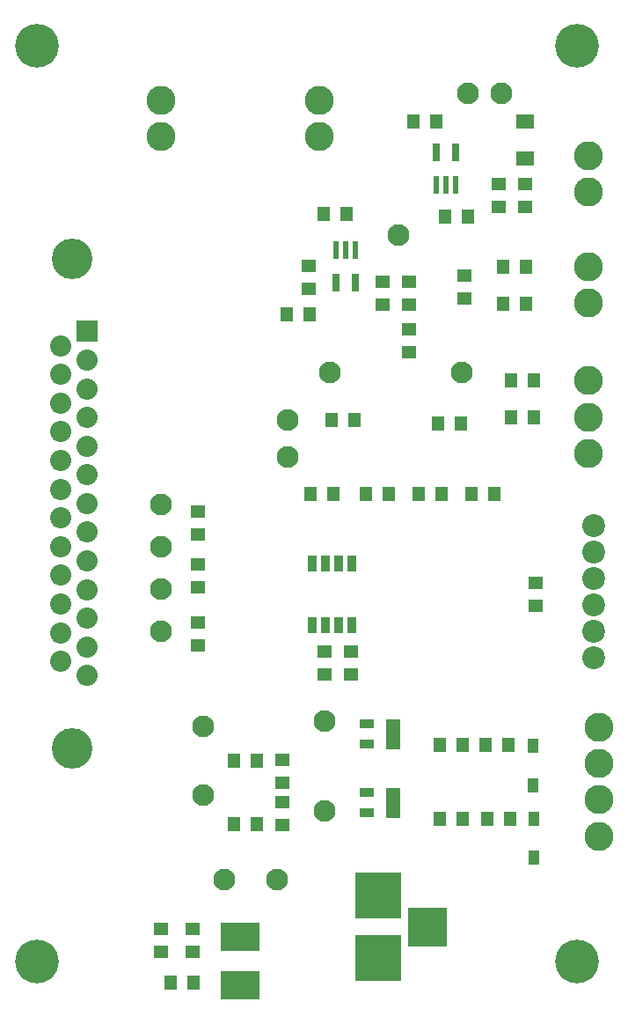
<source format=gbr>
G04 #@! TF.FileFunction,Soldermask,Top*
%FSLAX46Y46*%
G04 Gerber Fmt 4.6, Leading zero omitted, Abs format (unit mm)*
G04 Created by KiCad (PCBNEW 4.0.6) date 11/29/17 10:44:29*
%MOMM*%
%LPD*%
G01*
G04 APERTURE LIST*
%ADD10C,0.100000*%
%ADD11C,4.200000*%
%ADD12C,2.100000*%
%ADD13R,1.200000X1.400000*%
%ADD14R,1.400000X1.200000*%
%ADD15R,0.620000X1.720000*%
%ADD16R,0.650000X1.720000*%
%ADD17R,1.400000X3.000000*%
%ADD18R,1.400000X0.900000*%
%ADD19R,1.100000X1.400000*%
%ADD20R,3.800000X2.700000*%
%ADD21R,1.710000X1.414000*%
%ADD22R,4.400000X4.400000*%
%ADD23R,3.800000X3.800000*%
%ADD24C,2.800000*%
%ADD25C,2.200000*%
%ADD26R,0.910000X1.600000*%
%ADD27C,3.900000*%
%ADD28C,2.040000*%
%ADD29R,2.040000X2.020000*%
G04 APERTURE END LIST*
D10*
D11*
X109144000Y-55003000D03*
D12*
X69088000Y-107188000D03*
X69088000Y-111252000D03*
X69088000Y-103124000D03*
X80264000Y-135128000D03*
X75184000Y-135128000D03*
X69088000Y-99060000D03*
D13*
X84752000Y-71120000D03*
X86952000Y-71120000D03*
D14*
X90424000Y-77640000D03*
X90424000Y-79840000D03*
D12*
X98679000Y-59563000D03*
X101854000Y-59563000D03*
X91948000Y-73152000D03*
X98044000Y-86360000D03*
X85344000Y-86360000D03*
X81280000Y-94488000D03*
X81280000Y-90932000D03*
X84836000Y-128524000D03*
X84836000Y-119888000D03*
X73152000Y-127000000D03*
X73152000Y-120396000D03*
D15*
X86868000Y-74640000D03*
X85918000Y-74640000D03*
X87818000Y-74640000D03*
D16*
X87818000Y-77760000D03*
X85918000Y-77760000D03*
D14*
X104140000Y-68242000D03*
X104140000Y-70442000D03*
X92964000Y-82212000D03*
X92964000Y-84412000D03*
D13*
X83396000Y-80772000D03*
X81196000Y-80772000D03*
X95801000Y-91313000D03*
X98001000Y-91313000D03*
X85514000Y-90932000D03*
X87714000Y-90932000D03*
X96096000Y-98044000D03*
X93896000Y-98044000D03*
X101176000Y-98044000D03*
X98976000Y-98044000D03*
X88816000Y-98044000D03*
X91016000Y-98044000D03*
X83482000Y-98044000D03*
X85682000Y-98044000D03*
D14*
X87376000Y-113200000D03*
X87376000Y-115400000D03*
X84836000Y-113200000D03*
X84836000Y-115400000D03*
D13*
X102700000Y-129286000D03*
X100500000Y-129286000D03*
X102573000Y-122174000D03*
X100373000Y-122174000D03*
D14*
X80772000Y-129878000D03*
X80772000Y-127678000D03*
X80772000Y-123614000D03*
X80772000Y-125814000D03*
D13*
X76116000Y-129794000D03*
X78316000Y-129794000D03*
X76116000Y-123698000D03*
X78316000Y-123698000D03*
X104986000Y-90678000D03*
X102786000Y-90678000D03*
X104224000Y-79756000D03*
X102024000Y-79756000D03*
X104224000Y-76200000D03*
X102024000Y-76200000D03*
D14*
X105156000Y-108796000D03*
X105156000Y-106596000D03*
X72136000Y-139870000D03*
X72136000Y-142070000D03*
D17*
X91420000Y-121158000D03*
D18*
X88920000Y-122108000D03*
X88920000Y-120208000D03*
D17*
X91420000Y-127762000D03*
D18*
X88920000Y-128712000D03*
X88920000Y-126812000D03*
D13*
X95928000Y-129286000D03*
X98128000Y-129286000D03*
X95928000Y-122174000D03*
X98128000Y-122174000D03*
D19*
X104902000Y-126101000D03*
X104902000Y-122311000D03*
X105029000Y-133086000D03*
X105029000Y-129296000D03*
D13*
X70020000Y-145034000D03*
X72220000Y-145034000D03*
X96436000Y-71374000D03*
X98636000Y-71374000D03*
X95588000Y-62230000D03*
X93388000Y-62230000D03*
D14*
X92964000Y-77640000D03*
X92964000Y-79840000D03*
D13*
X104986000Y-87122000D03*
X102786000Y-87122000D03*
D14*
X98287840Y-77071040D03*
X98287840Y-79271040D03*
X72644000Y-107018000D03*
X72644000Y-104818000D03*
X72644000Y-112606000D03*
X72644000Y-110406000D03*
X72644000Y-101938000D03*
X72644000Y-99738000D03*
X69088000Y-139870000D03*
X69088000Y-142070000D03*
D20*
X76708000Y-145352000D03*
X76708000Y-140652000D03*
D14*
X83312000Y-76116000D03*
X83312000Y-78316000D03*
X101600000Y-68242000D03*
X101600000Y-70442000D03*
D15*
X96520000Y-68362000D03*
X97470000Y-68362000D03*
X95570000Y-68362000D03*
D16*
X95570000Y-65242000D03*
X97470000Y-65242000D03*
D21*
X104140000Y-62234000D03*
X104140000Y-65782000D03*
D22*
X90047000Y-136700000D03*
X90047000Y-142700000D03*
D23*
X94742000Y-139700000D03*
D11*
X57144000Y-143003000D03*
X57144000Y-55003000D03*
X109144000Y-143003000D03*
D24*
X110236000Y-65560000D03*
X110236000Y-69060000D03*
X110236000Y-76228000D03*
X110236000Y-79728000D03*
X110236000Y-87178000D03*
X110236000Y-90678000D03*
X110236000Y-94178000D03*
D25*
X110744000Y-108712000D03*
X110744000Y-106172000D03*
X110744000Y-111252000D03*
X110744000Y-103632000D03*
X110744000Y-113792000D03*
X110744000Y-101092000D03*
D24*
X111252000Y-127480000D03*
X111252000Y-123980000D03*
X111252000Y-130980000D03*
X111252000Y-120480000D03*
X69088000Y-60226000D03*
X69088000Y-63726000D03*
X84328000Y-60226000D03*
X84328000Y-63726000D03*
D26*
X84963000Y-110656000D03*
X86233000Y-110656000D03*
X87503000Y-110656000D03*
X87503000Y-104736000D03*
X84963000Y-104736000D03*
X86233000Y-104736000D03*
X83693000Y-104736000D03*
X83693000Y-110656000D03*
D27*
X60570920Y-75495000D03*
X60570920Y-122511000D03*
D28*
X61970920Y-115551000D03*
X61970920Y-112793000D03*
X61970920Y-110035000D03*
X61970920Y-107277000D03*
X61970920Y-104519000D03*
X61970920Y-101761000D03*
X61970920Y-99003000D03*
X61970920Y-96245000D03*
X61970920Y-93487000D03*
X61970920Y-90729000D03*
X61970920Y-87971000D03*
X61970920Y-85213000D03*
D29*
X61970920Y-82455000D03*
D28*
X59430920Y-114172000D03*
X59430920Y-111414000D03*
X59430920Y-108656000D03*
X59430920Y-105898000D03*
X59430920Y-103140000D03*
X59430920Y-100382000D03*
X59430920Y-97624000D03*
X59430920Y-94866000D03*
X59430920Y-92108000D03*
X59430920Y-89350000D03*
X59430920Y-86592000D03*
X59430920Y-83834000D03*
M02*

</source>
